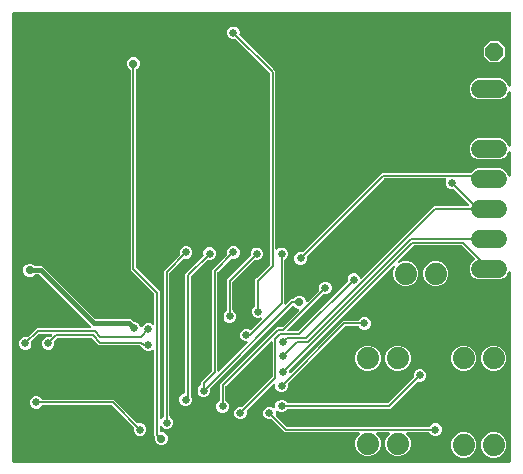
<source format=gbr>
G04 EAGLE Gerber RS-274X export*
G75*
%MOMM*%
%FSLAX34Y34*%
%LPD*%
%INBottom Copper*%
%IPPOS*%
%AMOC8*
5,1,8,0,0,1.08239X$1,22.5*%
G01*
%ADD10C,1.524000*%
%ADD11P,1.649562X8X22.500000*%
%ADD12C,0.900000*%
%ADD13C,1.879600*%
%ADD14C,0.200000*%
%ADD15C,0.654800*%
%ADD16C,0.704800*%
%ADD17C,0.406400*%

G36*
X422864Y2010D02*
X422864Y2010D01*
X422928Y2009D01*
X423003Y2030D01*
X423079Y2041D01*
X423138Y2067D01*
X423200Y2084D01*
X423266Y2125D01*
X423336Y2157D01*
X423385Y2199D01*
X423440Y2232D01*
X423492Y2290D01*
X423550Y2340D01*
X423586Y2394D01*
X423629Y2442D01*
X423662Y2511D01*
X423705Y2576D01*
X423724Y2638D01*
X423752Y2695D01*
X423763Y2765D01*
X423787Y2846D01*
X423788Y2931D01*
X423799Y3000D01*
X423799Y163143D01*
X423787Y163229D01*
X423784Y163316D01*
X423767Y163368D01*
X423759Y163422D01*
X423724Y163501D01*
X423697Y163584D01*
X423666Y163629D01*
X423643Y163679D01*
X423587Y163745D01*
X423538Y163817D01*
X423496Y163852D01*
X423460Y163894D01*
X423387Y163941D01*
X423320Y163996D01*
X423270Y164018D01*
X423224Y164048D01*
X423141Y164073D01*
X423061Y164108D01*
X423007Y164114D01*
X422954Y164130D01*
X422867Y164132D01*
X422781Y164142D01*
X422727Y164133D01*
X422672Y164134D01*
X422588Y164111D01*
X422503Y164097D01*
X422453Y164074D01*
X422400Y164059D01*
X422327Y164013D01*
X422248Y163976D01*
X422207Y163940D01*
X422160Y163911D01*
X422102Y163846D01*
X422037Y163789D01*
X422011Y163745D01*
X421971Y163701D01*
X421922Y163599D01*
X421877Y163525D01*
X420857Y161064D01*
X418356Y158563D01*
X415088Y157209D01*
X396312Y157209D01*
X393044Y158563D01*
X390543Y161064D01*
X389189Y164331D01*
X389189Y167868D01*
X390543Y171136D01*
X393058Y173651D01*
X393113Y173684D01*
X393218Y173740D01*
X393234Y173756D01*
X393254Y173767D01*
X393335Y173854D01*
X393420Y173936D01*
X393431Y173956D01*
X393447Y173973D01*
X393500Y174079D01*
X393559Y174182D01*
X393564Y174204D01*
X393574Y174224D01*
X393597Y174341D01*
X393624Y174456D01*
X393623Y174479D01*
X393627Y174501D01*
X393616Y174619D01*
X393610Y174738D01*
X393602Y174760D01*
X393600Y174782D01*
X393556Y174892D01*
X393517Y175004D01*
X393504Y175022D01*
X393495Y175044D01*
X393380Y175191D01*
X393335Y175253D01*
X382922Y185667D01*
X382845Y185724D01*
X382774Y185789D01*
X382733Y185809D01*
X382697Y185836D01*
X382606Y185870D01*
X382520Y185912D01*
X382478Y185918D01*
X382433Y185935D01*
X382305Y185945D01*
X382216Y185959D01*
X341982Y185959D01*
X341888Y185946D01*
X341791Y185941D01*
X341748Y185926D01*
X341703Y185919D01*
X341616Y185880D01*
X341525Y185848D01*
X341490Y185823D01*
X341446Y185803D01*
X341349Y185720D01*
X341276Y185667D01*
X328578Y172968D01*
X328526Y172899D01*
X328466Y172836D01*
X328441Y172787D01*
X328408Y172743D01*
X328378Y172662D01*
X328338Y172584D01*
X328328Y172530D01*
X328309Y172479D01*
X328302Y172392D01*
X328286Y172307D01*
X328291Y172252D01*
X328287Y172198D01*
X328305Y172113D01*
X328313Y172026D01*
X328333Y171975D01*
X328345Y171922D01*
X328385Y171845D01*
X328418Y171764D01*
X328451Y171721D01*
X328477Y171673D01*
X328538Y171610D01*
X328591Y171542D01*
X328636Y171510D01*
X328674Y171471D01*
X328749Y171428D01*
X328820Y171377D01*
X328871Y171359D01*
X328919Y171332D01*
X329004Y171312D01*
X329086Y171282D01*
X329140Y171279D01*
X329194Y171267D01*
X329281Y171271D01*
X329367Y171266D01*
X329417Y171278D01*
X329475Y171281D01*
X329583Y171318D01*
X329667Y171339D01*
X332878Y172669D01*
X337122Y172669D01*
X341043Y171044D01*
X344044Y168043D01*
X345669Y164122D01*
X345669Y159878D01*
X344044Y155957D01*
X341043Y152956D01*
X337122Y151331D01*
X332878Y151331D01*
X328957Y152956D01*
X325956Y155957D01*
X324331Y159878D01*
X324331Y164122D01*
X325661Y167333D01*
X325683Y167417D01*
X325714Y167499D01*
X325718Y167553D01*
X325731Y167607D01*
X325729Y167693D01*
X325735Y167780D01*
X325724Y167834D01*
X325722Y167888D01*
X325696Y167971D01*
X325678Y168056D01*
X325652Y168104D01*
X325635Y168157D01*
X325586Y168228D01*
X325545Y168305D01*
X325507Y168344D01*
X325476Y168390D01*
X325409Y168445D01*
X325349Y168507D01*
X325301Y168534D01*
X325258Y168569D01*
X325179Y168603D01*
X325103Y168646D01*
X325050Y168659D01*
X324999Y168680D01*
X324913Y168691D01*
X324829Y168711D01*
X324774Y168708D01*
X324719Y168715D01*
X324634Y168701D01*
X324547Y168697D01*
X324495Y168679D01*
X324441Y168670D01*
X324363Y168633D01*
X324281Y168604D01*
X324239Y168574D01*
X324186Y168549D01*
X324101Y168473D01*
X324032Y168422D01*
X236474Y80865D01*
X236469Y80857D01*
X236461Y80852D01*
X236384Y80745D01*
X236305Y80639D01*
X236302Y80630D01*
X236296Y80623D01*
X236252Y80499D01*
X236205Y80376D01*
X236205Y80366D01*
X236202Y80357D01*
X236194Y80226D01*
X236184Y80094D01*
X236186Y80085D01*
X236185Y80076D01*
X236203Y80000D01*
X236241Y79818D01*
X236253Y79797D01*
X236258Y79776D01*
X236307Y79658D01*
X236307Y78904D01*
X236311Y78872D01*
X236309Y78840D01*
X236331Y78733D01*
X236347Y78625D01*
X236360Y78596D01*
X236366Y78564D01*
X236418Y78468D01*
X236463Y78368D01*
X236484Y78344D01*
X236499Y78315D01*
X236575Y78237D01*
X236646Y78154D01*
X236673Y78136D01*
X236696Y78113D01*
X236791Y78059D01*
X236882Y78000D01*
X236913Y77990D01*
X236941Y77974D01*
X237048Y77949D01*
X237152Y77917D01*
X237184Y77917D01*
X237215Y77909D01*
X237325Y77915D01*
X237434Y77913D01*
X237465Y77922D01*
X237497Y77924D01*
X237600Y77959D01*
X237706Y77989D01*
X237733Y78006D01*
X237764Y78016D01*
X237837Y78069D01*
X237946Y78137D01*
X237978Y78173D01*
X238013Y78198D01*
X280463Y120648D01*
X282085Y122271D01*
X294529Y122271D01*
X294538Y122272D01*
X294548Y122271D01*
X294677Y122292D01*
X294808Y122311D01*
X294817Y122314D01*
X294826Y122316D01*
X294945Y122372D01*
X295065Y122427D01*
X295072Y122433D01*
X295081Y122437D01*
X295179Y122525D01*
X295279Y122610D01*
X295285Y122618D01*
X295292Y122624D01*
X295332Y122690D01*
X295434Y122846D01*
X295441Y122869D01*
X295452Y122888D01*
X295501Y123006D01*
X296994Y124499D01*
X298944Y125307D01*
X301056Y125307D01*
X303006Y124499D01*
X304499Y123006D01*
X305307Y121056D01*
X305307Y118944D01*
X304499Y116994D01*
X303006Y115501D01*
X301056Y114693D01*
X298944Y114693D01*
X296994Y115501D01*
X295501Y116994D01*
X295452Y117112D01*
X295447Y117121D01*
X295445Y117130D01*
X295376Y117242D01*
X295309Y117355D01*
X295302Y117362D01*
X295297Y117370D01*
X295199Y117458D01*
X295103Y117548D01*
X295094Y117552D01*
X295087Y117559D01*
X294969Y117616D01*
X294851Y117676D01*
X294842Y117678D01*
X294834Y117682D01*
X294757Y117694D01*
X294574Y117728D01*
X294550Y117726D01*
X294529Y117729D01*
X284380Y117729D01*
X284286Y117716D01*
X284189Y117711D01*
X284146Y117696D01*
X284101Y117689D01*
X284014Y117650D01*
X283923Y117618D01*
X283888Y117593D01*
X283844Y117573D01*
X283747Y117490D01*
X283674Y117437D01*
X235474Y69237D01*
X235469Y69229D01*
X235461Y69224D01*
X235384Y69117D01*
X235305Y69011D01*
X235302Y69002D01*
X235296Y68995D01*
X235252Y68871D01*
X235205Y68748D01*
X235205Y68738D01*
X235202Y68729D01*
X235194Y68598D01*
X235184Y68466D01*
X235186Y68457D01*
X235185Y68448D01*
X235203Y68372D01*
X235241Y68190D01*
X235253Y68169D01*
X235258Y68148D01*
X235307Y68030D01*
X235307Y65918D01*
X234499Y63968D01*
X233006Y62475D01*
X231056Y61667D01*
X228944Y61667D01*
X226994Y62475D01*
X225501Y63968D01*
X224693Y65918D01*
X224693Y68070D01*
X224689Y68102D01*
X224691Y68134D01*
X224669Y68241D01*
X224653Y68349D01*
X224640Y68378D01*
X224634Y68410D01*
X224582Y68506D01*
X224537Y68606D01*
X224516Y68630D01*
X224501Y68659D01*
X224425Y68737D01*
X224354Y68820D01*
X224327Y68838D01*
X224304Y68861D01*
X224209Y68915D01*
X224118Y68974D01*
X224087Y68984D01*
X224059Y69000D01*
X223952Y69025D01*
X223848Y69057D01*
X223816Y69057D01*
X223785Y69065D01*
X223675Y69059D01*
X223566Y69061D01*
X223535Y69052D01*
X223503Y69050D01*
X223400Y69015D01*
X223294Y68985D01*
X223267Y68968D01*
X223236Y68958D01*
X223163Y68905D01*
X223054Y68837D01*
X223022Y68801D01*
X222987Y68776D01*
X200474Y46263D01*
X200469Y46255D01*
X200461Y46250D01*
X200384Y46143D01*
X200305Y46037D01*
X200302Y46028D01*
X200296Y46021D01*
X200252Y45897D01*
X200205Y45774D01*
X200205Y45764D01*
X200202Y45755D01*
X200194Y45624D01*
X200184Y45492D01*
X200186Y45483D01*
X200185Y45474D01*
X200203Y45398D01*
X200241Y45216D01*
X200253Y45195D01*
X200258Y45174D01*
X200307Y45056D01*
X200307Y42944D01*
X199499Y40994D01*
X198006Y39501D01*
X196056Y38693D01*
X193944Y38693D01*
X191994Y39501D01*
X190501Y40994D01*
X189693Y42944D01*
X189693Y45056D01*
X190501Y47006D01*
X191994Y48499D01*
X193944Y49307D01*
X196056Y49307D01*
X196174Y49258D01*
X196183Y49255D01*
X196191Y49251D01*
X196320Y49220D01*
X196447Y49188D01*
X196457Y49188D01*
X196466Y49186D01*
X196599Y49192D01*
X196729Y49197D01*
X196738Y49200D01*
X196748Y49200D01*
X196872Y49243D01*
X196997Y49284D01*
X197005Y49289D01*
X197014Y49293D01*
X197076Y49338D01*
X197230Y49443D01*
X197246Y49462D01*
X197263Y49474D01*
X221976Y74187D01*
X222033Y74264D01*
X222098Y74335D01*
X222118Y74376D01*
X222145Y74412D01*
X222179Y74503D01*
X222221Y74589D01*
X222227Y74631D01*
X222244Y74676D01*
X222252Y74779D01*
X222256Y74792D01*
X222257Y74819D01*
X222268Y74893D01*
X222268Y104164D01*
X222264Y104196D01*
X222266Y104228D01*
X222244Y104335D01*
X222228Y104443D01*
X222215Y104472D01*
X222209Y104504D01*
X222157Y104600D01*
X222112Y104700D01*
X222091Y104724D01*
X222076Y104753D01*
X222000Y104831D01*
X221929Y104914D01*
X221902Y104932D01*
X221879Y104955D01*
X221784Y105009D01*
X221693Y105068D01*
X221662Y105078D01*
X221634Y105094D01*
X221527Y105119D01*
X221423Y105151D01*
X221391Y105151D01*
X221360Y105159D01*
X221250Y105153D01*
X221141Y105155D01*
X221110Y105146D01*
X221078Y105144D01*
X220975Y105109D01*
X220869Y105079D01*
X220842Y105062D01*
X220811Y105052D01*
X220738Y104999D01*
X220629Y104931D01*
X220597Y104895D01*
X220562Y104870D01*
X182563Y66871D01*
X182506Y66794D01*
X182441Y66723D01*
X182421Y66682D01*
X182394Y66646D01*
X182360Y66555D01*
X182318Y66469D01*
X182312Y66427D01*
X182295Y66382D01*
X182285Y66254D01*
X182271Y66165D01*
X182271Y55132D01*
X182272Y55123D01*
X182271Y55113D01*
X182292Y54983D01*
X182311Y54853D01*
X182314Y54844D01*
X182316Y54835D01*
X182373Y54716D01*
X182427Y54596D01*
X182433Y54589D01*
X182437Y54580D01*
X182525Y54481D01*
X182610Y54382D01*
X182618Y54376D01*
X182624Y54369D01*
X182690Y54329D01*
X182846Y54227D01*
X182869Y54220D01*
X182888Y54209D01*
X183006Y54160D01*
X184499Y52667D01*
X185307Y50717D01*
X185307Y48605D01*
X184499Y46655D01*
X183006Y45162D01*
X181056Y44354D01*
X178944Y44354D01*
X176994Y45162D01*
X175501Y46655D01*
X174693Y48605D01*
X174693Y50717D01*
X175501Y52667D01*
X176994Y54160D01*
X177112Y54209D01*
X177121Y54214D01*
X177130Y54216D01*
X177242Y54286D01*
X177355Y54353D01*
X177362Y54359D01*
X177370Y54364D01*
X177458Y54462D01*
X177548Y54558D01*
X177552Y54567D01*
X177559Y54574D01*
X177616Y54692D01*
X177676Y54810D01*
X177678Y54819D01*
X177682Y54827D01*
X177694Y54904D01*
X177728Y55087D01*
X177726Y55111D01*
X177729Y55132D01*
X177729Y68460D01*
X225923Y116654D01*
X230029Y116654D01*
X230123Y116667D01*
X230220Y116672D01*
X230263Y116687D01*
X230308Y116694D01*
X230395Y116733D01*
X230486Y116765D01*
X230521Y116790D01*
X230565Y116810D01*
X230662Y116893D01*
X230735Y116946D01*
X244450Y130662D01*
X244470Y130687D01*
X244494Y130708D01*
X244554Y130800D01*
X244620Y130887D01*
X244631Y130917D01*
X244649Y130944D01*
X244681Y131049D01*
X244719Y131151D01*
X244722Y131183D01*
X244731Y131214D01*
X244732Y131323D01*
X244741Y131432D01*
X244734Y131464D01*
X244735Y131496D01*
X244706Y131602D01*
X244683Y131708D01*
X244668Y131737D01*
X244660Y131768D01*
X244602Y131861D01*
X244551Y131957D01*
X244528Y131980D01*
X244511Y132008D01*
X244430Y132081D01*
X244354Y132159D01*
X244326Y132175D01*
X244302Y132197D01*
X244204Y132245D01*
X244109Y132298D01*
X244077Y132306D01*
X244048Y132320D01*
X243959Y132334D01*
X243834Y132363D01*
X243829Y132363D01*
X241777Y133213D01*
X240307Y134683D01*
X240256Y134721D01*
X240211Y134767D01*
X240144Y134806D01*
X240082Y134852D01*
X240022Y134875D01*
X239966Y134906D01*
X239890Y134924D01*
X239818Y134952D01*
X239754Y134957D01*
X239691Y134971D01*
X239614Y134967D01*
X239537Y134973D01*
X239474Y134960D01*
X239409Y134957D01*
X239336Y134932D01*
X239261Y134916D01*
X239204Y134886D01*
X239143Y134865D01*
X239086Y134823D01*
X239012Y134783D01*
X238951Y134724D01*
X238894Y134683D01*
X169474Y65263D01*
X169469Y65255D01*
X169461Y65250D01*
X169384Y65142D01*
X169305Y65037D01*
X169302Y65028D01*
X169296Y65021D01*
X169252Y64897D01*
X169205Y64774D01*
X169205Y64764D01*
X169202Y64755D01*
X169194Y64623D01*
X169184Y64492D01*
X169186Y64483D01*
X169185Y64474D01*
X169203Y64398D01*
X169241Y64216D01*
X169253Y64195D01*
X169258Y64174D01*
X169307Y64056D01*
X169307Y61944D01*
X168499Y59994D01*
X167006Y58501D01*
X165056Y57693D01*
X162944Y57693D01*
X160994Y58501D01*
X159501Y59994D01*
X158693Y61944D01*
X158693Y64056D01*
X159501Y66006D01*
X160994Y67499D01*
X161112Y67548D01*
X161121Y67553D01*
X161130Y67555D01*
X161242Y67624D01*
X161355Y67691D01*
X161362Y67698D01*
X161370Y67703D01*
X161458Y67801D01*
X161548Y67897D01*
X161552Y67906D01*
X161559Y67913D01*
X161616Y68031D01*
X161676Y68149D01*
X161678Y68158D01*
X161682Y68166D01*
X161694Y68243D01*
X161728Y68426D01*
X161726Y68450D01*
X161729Y68471D01*
X161729Y70363D01*
X170660Y79293D01*
X170717Y79370D01*
X170782Y79441D01*
X170802Y79482D01*
X170829Y79519D01*
X170863Y79609D01*
X170905Y79695D01*
X170911Y79737D01*
X170928Y79783D01*
X170938Y79910D01*
X170952Y80000D01*
X170952Y165164D01*
X172575Y166786D01*
X183526Y177737D01*
X183531Y177745D01*
X183539Y177750D01*
X183616Y177857D01*
X183695Y177963D01*
X183698Y177972D01*
X183704Y177979D01*
X183748Y178103D01*
X183795Y178226D01*
X183795Y178236D01*
X183798Y178245D01*
X183806Y178376D01*
X183816Y178508D01*
X183814Y178517D01*
X183815Y178526D01*
X183797Y178602D01*
X183759Y178784D01*
X183747Y178805D01*
X183742Y178826D01*
X183693Y178944D01*
X183693Y181056D01*
X184501Y183006D01*
X185994Y184499D01*
X187944Y185307D01*
X190056Y185307D01*
X192006Y184499D01*
X193499Y183006D01*
X194307Y181056D01*
X194307Y178944D01*
X193499Y176994D01*
X192006Y175501D01*
X190056Y174693D01*
X187944Y174693D01*
X187826Y174742D01*
X187817Y174745D01*
X187809Y174749D01*
X187680Y174780D01*
X187553Y174812D01*
X187543Y174812D01*
X187534Y174814D01*
X187401Y174808D01*
X187271Y174803D01*
X187262Y174800D01*
X187252Y174800D01*
X187128Y174757D01*
X187003Y174716D01*
X186995Y174711D01*
X186986Y174707D01*
X186924Y174662D01*
X186770Y174557D01*
X186754Y174538D01*
X186737Y174526D01*
X175786Y163575D01*
X175771Y163554D01*
X175754Y163540D01*
X175722Y163490D01*
X175664Y163427D01*
X175644Y163386D01*
X175617Y163350D01*
X175600Y163305D01*
X175600Y163304D01*
X175598Y163299D01*
X175583Y163259D01*
X175541Y163173D01*
X175535Y163131D01*
X175518Y163086D01*
X175508Y162958D01*
X175494Y162869D01*
X175494Y80117D01*
X175498Y80085D01*
X175496Y80053D01*
X175518Y79946D01*
X175534Y79838D01*
X175547Y79809D01*
X175553Y79777D01*
X175605Y79681D01*
X175650Y79581D01*
X175671Y79557D01*
X175686Y79528D01*
X175762Y79450D01*
X175833Y79367D01*
X175860Y79349D01*
X175883Y79326D01*
X175978Y79272D01*
X176069Y79213D01*
X176100Y79203D01*
X176128Y79187D01*
X176235Y79162D01*
X176339Y79130D01*
X176371Y79130D01*
X176402Y79122D01*
X176512Y79128D01*
X176621Y79126D01*
X176652Y79135D01*
X176684Y79137D01*
X176787Y79172D01*
X176893Y79202D01*
X176920Y79219D01*
X176951Y79229D01*
X177024Y79282D01*
X177133Y79350D01*
X177165Y79386D01*
X177200Y79411D01*
X200776Y102987D01*
X200795Y103013D01*
X200820Y103034D01*
X200880Y103126D01*
X200945Y103213D01*
X200957Y103243D01*
X200974Y103270D01*
X201006Y103375D01*
X201045Y103477D01*
X201047Y103509D01*
X201057Y103540D01*
X201058Y103649D01*
X201067Y103758D01*
X201060Y103790D01*
X201061Y103822D01*
X201031Y103927D01*
X201009Y104034D01*
X200994Y104063D01*
X200985Y104094D01*
X200928Y104187D01*
X200877Y104283D01*
X200854Y104306D01*
X200837Y104334D01*
X200756Y104407D01*
X200680Y104485D01*
X200652Y104501D01*
X200628Y104523D01*
X200530Y104570D01*
X200435Y104624D01*
X200403Y104632D01*
X200374Y104646D01*
X200285Y104660D01*
X200160Y104689D01*
X200112Y104687D01*
X200070Y104693D01*
X198944Y104693D01*
X196994Y105501D01*
X195501Y106994D01*
X194693Y108944D01*
X194693Y111056D01*
X195501Y113006D01*
X196994Y114499D01*
X198944Y115307D01*
X201056Y115307D01*
X203154Y114437D01*
X203164Y114435D01*
X203172Y114430D01*
X203301Y114400D01*
X203428Y114367D01*
X203437Y114368D01*
X203446Y114365D01*
X203579Y114372D01*
X203709Y114376D01*
X203718Y114379D01*
X203728Y114380D01*
X203853Y114423D01*
X203978Y114464D01*
X203985Y114469D01*
X203994Y114472D01*
X204056Y114518D01*
X204211Y114623D01*
X204226Y114641D01*
X204243Y114654D01*
X213012Y123423D01*
X213064Y123492D01*
X213124Y123556D01*
X213149Y123605D01*
X213182Y123649D01*
X213212Y123730D01*
X213252Y123807D01*
X213262Y123861D01*
X213281Y123912D01*
X213288Y123999D01*
X213304Y124084D01*
X213299Y124139D01*
X213303Y124194D01*
X213285Y124279D01*
X213277Y124365D01*
X213257Y124416D01*
X213245Y124470D01*
X213205Y124546D01*
X213172Y124627D01*
X213139Y124670D01*
X213113Y124719D01*
X213052Y124781D01*
X212999Y124849D01*
X212954Y124881D01*
X212916Y124921D01*
X212841Y124964D01*
X212770Y125014D01*
X212719Y125033D01*
X212671Y125060D01*
X212586Y125080D01*
X212505Y125109D01*
X212450Y125112D01*
X212396Y125125D01*
X212310Y125120D01*
X212223Y125125D01*
X212173Y125113D01*
X212115Y125110D01*
X212007Y125073D01*
X211923Y125053D01*
X211056Y124693D01*
X208944Y124693D01*
X206994Y125501D01*
X205501Y126994D01*
X204693Y128944D01*
X204693Y131056D01*
X205501Y133006D01*
X206994Y134499D01*
X207112Y134548D01*
X207121Y134553D01*
X207130Y134555D01*
X207242Y134624D01*
X207355Y134691D01*
X207362Y134698D01*
X207370Y134703D01*
X207458Y134801D01*
X207548Y134897D01*
X207552Y134906D01*
X207559Y134913D01*
X207616Y135031D01*
X207676Y135149D01*
X207678Y135158D01*
X207682Y135166D01*
X207694Y135243D01*
X207728Y135426D01*
X207726Y135450D01*
X207729Y135471D01*
X207729Y157140D01*
X209352Y158763D01*
X219660Y169070D01*
X219717Y169147D01*
X219782Y169218D01*
X219802Y169259D01*
X219829Y169296D01*
X219863Y169386D01*
X219905Y169472D01*
X219911Y169514D01*
X219928Y169560D01*
X219938Y169687D01*
X219952Y169777D01*
X219952Y331412D01*
X219939Y331506D01*
X219934Y331603D01*
X219919Y331646D01*
X219912Y331691D01*
X219873Y331778D01*
X219841Y331869D01*
X219816Y331904D01*
X219796Y331948D01*
X219713Y332045D01*
X219660Y332118D01*
X191252Y360526D01*
X191244Y360531D01*
X191239Y360539D01*
X191132Y360616D01*
X191026Y360695D01*
X191017Y360698D01*
X191010Y360704D01*
X190886Y360748D01*
X190763Y360795D01*
X190753Y360795D01*
X190744Y360798D01*
X190613Y360806D01*
X190481Y360816D01*
X190472Y360814D01*
X190463Y360815D01*
X190387Y360797D01*
X190205Y360759D01*
X190184Y360747D01*
X190163Y360742D01*
X190045Y360693D01*
X187933Y360693D01*
X185983Y361501D01*
X184490Y362994D01*
X183682Y364944D01*
X183682Y367056D01*
X184490Y369006D01*
X185983Y370499D01*
X187933Y371307D01*
X190045Y371307D01*
X191995Y370499D01*
X193488Y369006D01*
X194296Y367056D01*
X194296Y364944D01*
X194247Y364826D01*
X194244Y364817D01*
X194240Y364809D01*
X194209Y364680D01*
X194177Y364553D01*
X194177Y364543D01*
X194175Y364534D01*
X194181Y364401D01*
X194186Y364271D01*
X194189Y364262D01*
X194189Y364252D01*
X194232Y364128D01*
X194273Y364003D01*
X194278Y363995D01*
X194282Y363986D01*
X194327Y363924D01*
X194432Y363770D01*
X194451Y363754D01*
X194463Y363737D01*
X222871Y335329D01*
X224494Y333707D01*
X224494Y183298D01*
X224498Y183266D01*
X224496Y183234D01*
X224518Y183127D01*
X224534Y183019D01*
X224547Y182989D01*
X224553Y182958D01*
X224605Y182861D01*
X224650Y182762D01*
X224671Y182737D01*
X224686Y182709D01*
X224762Y182630D01*
X224833Y182548D01*
X224860Y182530D01*
X224883Y182507D01*
X224978Y182453D01*
X225069Y182393D01*
X225100Y182384D01*
X225128Y182368D01*
X225234Y182343D01*
X225339Y182311D01*
X225371Y182310D01*
X225402Y182303D01*
X225512Y182308D01*
X225621Y182307D01*
X225652Y182316D01*
X225684Y182317D01*
X225787Y182353D01*
X225893Y182382D01*
X225920Y182399D01*
X225951Y182410D01*
X226024Y182463D01*
X226133Y182530D01*
X226165Y182566D01*
X226200Y182591D01*
X226994Y183386D01*
X228944Y184194D01*
X231056Y184194D01*
X233006Y183386D01*
X234499Y181893D01*
X235307Y179943D01*
X235307Y177831D01*
X234499Y175881D01*
X233006Y174388D01*
X232888Y174339D01*
X232879Y174334D01*
X232870Y174332D01*
X232758Y174263D01*
X232645Y174196D01*
X232638Y174189D01*
X232630Y174184D01*
X232542Y174086D01*
X232452Y173990D01*
X232448Y173981D01*
X232441Y173974D01*
X232384Y173856D01*
X232324Y173738D01*
X232322Y173729D01*
X232318Y173721D01*
X232306Y173644D01*
X232272Y173461D01*
X232274Y173437D01*
X232271Y173416D01*
X232271Y136894D01*
X232275Y136862D01*
X232273Y136830D01*
X232279Y136799D01*
X232279Y136772D01*
X232298Y136702D01*
X232311Y136615D01*
X232324Y136586D01*
X232330Y136554D01*
X232348Y136520D01*
X232354Y136500D01*
X232386Y136448D01*
X232427Y136358D01*
X232448Y136334D01*
X232463Y136305D01*
X232494Y136273D01*
X232502Y136260D01*
X232541Y136225D01*
X232610Y136144D01*
X232637Y136126D01*
X232660Y136103D01*
X232703Y136079D01*
X232712Y136071D01*
X232748Y136053D01*
X232755Y136049D01*
X232846Y135990D01*
X232877Y135980D01*
X232905Y135964D01*
X232957Y135952D01*
X232965Y135948D01*
X232992Y135944D01*
X233012Y135939D01*
X233116Y135907D01*
X233148Y135907D01*
X233179Y135899D01*
X233252Y135903D01*
X233270Y135900D01*
X233275Y135900D01*
X233306Y135905D01*
X233398Y135903D01*
X233429Y135912D01*
X233461Y135914D01*
X233525Y135936D01*
X233554Y135940D01*
X233592Y135957D01*
X233670Y135979D01*
X233697Y135996D01*
X233728Y136006D01*
X233772Y136039D01*
X233811Y136056D01*
X233852Y136091D01*
X233910Y136127D01*
X233942Y136163D01*
X233977Y136188D01*
X237984Y140195D01*
X239183Y140195D01*
X239192Y140196D01*
X239201Y140195D01*
X239331Y140216D01*
X239462Y140235D01*
X239470Y140239D01*
X239480Y140240D01*
X239599Y140297D01*
X239719Y140351D01*
X239726Y140357D01*
X239734Y140361D01*
X239833Y140449D01*
X239933Y140534D01*
X239938Y140542D01*
X239945Y140549D01*
X239985Y140614D01*
X240087Y140770D01*
X240094Y140793D01*
X240106Y140812D01*
X240213Y141072D01*
X241776Y142635D01*
X243819Y143481D01*
X246029Y143481D01*
X248072Y142635D01*
X249635Y141072D01*
X250490Y139008D01*
X250505Y138934D01*
X250521Y138825D01*
X250534Y138796D01*
X250541Y138764D01*
X250592Y138668D01*
X250637Y138568D01*
X250658Y138544D01*
X250673Y138515D01*
X250749Y138437D01*
X250820Y138354D01*
X250847Y138336D01*
X250870Y138313D01*
X250965Y138260D01*
X251056Y138200D01*
X251087Y138190D01*
X251115Y138174D01*
X251222Y138149D01*
X251326Y138117D01*
X251358Y138117D01*
X251390Y138109D01*
X251499Y138115D01*
X251608Y138114D01*
X251639Y138122D01*
X251671Y138124D01*
X251775Y138160D01*
X251880Y138189D01*
X251907Y138206D01*
X251938Y138216D01*
X252011Y138270D01*
X252120Y138337D01*
X252152Y138373D01*
X252187Y138398D01*
X261526Y147737D01*
X261531Y147745D01*
X261539Y147750D01*
X261616Y147857D01*
X261695Y147963D01*
X261698Y147972D01*
X261704Y147979D01*
X261748Y148103D01*
X261795Y148226D01*
X261795Y148236D01*
X261798Y148245D01*
X261806Y148376D01*
X261816Y148508D01*
X261814Y148517D01*
X261815Y148526D01*
X261797Y148602D01*
X261759Y148784D01*
X261747Y148805D01*
X261742Y148826D01*
X261693Y148944D01*
X261693Y151056D01*
X262501Y153006D01*
X263994Y154499D01*
X265944Y155307D01*
X268056Y155307D01*
X270006Y154499D01*
X271499Y153006D01*
X272307Y151056D01*
X272307Y148944D01*
X271499Y146994D01*
X270006Y145501D01*
X268056Y144693D01*
X265944Y144693D01*
X265826Y144742D01*
X265817Y144745D01*
X265809Y144749D01*
X265680Y144780D01*
X265553Y144812D01*
X265543Y144812D01*
X265534Y144814D01*
X265401Y144808D01*
X265271Y144803D01*
X265262Y144800D01*
X265252Y144800D01*
X265128Y144757D01*
X265003Y144716D01*
X264995Y144711D01*
X264986Y144707D01*
X264924Y144662D01*
X264770Y144557D01*
X264754Y144538D01*
X264737Y144526D01*
X235047Y114836D01*
X235028Y114810D01*
X235003Y114789D01*
X234943Y114697D01*
X234878Y114610D01*
X234866Y114580D01*
X234849Y114553D01*
X234817Y114448D01*
X234778Y114346D01*
X234776Y114314D01*
X234766Y114283D01*
X234765Y114174D01*
X234756Y114065D01*
X234763Y114033D01*
X234762Y114001D01*
X234792Y113896D01*
X234814Y113789D01*
X234829Y113760D01*
X234838Y113729D01*
X234895Y113636D01*
X234946Y113540D01*
X234969Y113517D01*
X234986Y113489D01*
X235067Y113416D01*
X235143Y113338D01*
X235171Y113322D01*
X235195Y113300D01*
X235293Y113253D01*
X235388Y113199D01*
X235420Y113191D01*
X235449Y113177D01*
X235538Y113163D01*
X235663Y113134D01*
X235711Y113136D01*
X235753Y113130D01*
X243505Y113130D01*
X243599Y113143D01*
X243696Y113148D01*
X243739Y113163D01*
X243784Y113170D01*
X243871Y113209D01*
X243962Y113241D01*
X243997Y113266D01*
X244041Y113286D01*
X244138Y113369D01*
X244211Y113422D01*
X285526Y154737D01*
X285531Y154745D01*
X285539Y154750D01*
X285616Y154857D01*
X285695Y154963D01*
X285698Y154972D01*
X285704Y154979D01*
X285748Y155103D01*
X285795Y155226D01*
X285795Y155236D01*
X285798Y155245D01*
X285806Y155376D01*
X285816Y155508D01*
X285814Y155517D01*
X285815Y155526D01*
X285797Y155602D01*
X285759Y155784D01*
X285747Y155805D01*
X285742Y155826D01*
X285693Y155944D01*
X285693Y158056D01*
X286501Y160006D01*
X287994Y161499D01*
X289944Y162307D01*
X292056Y162307D01*
X294006Y161499D01*
X295499Y160006D01*
X296161Y158408D01*
X296221Y158306D01*
X296277Y158201D01*
X296293Y158185D01*
X296304Y158165D01*
X296391Y158084D01*
X296474Y157999D01*
X296494Y157988D01*
X296510Y157972D01*
X296616Y157919D01*
X296719Y157860D01*
X296741Y157855D01*
X296762Y157845D01*
X296878Y157823D01*
X296993Y157795D01*
X297016Y157796D01*
X297039Y157792D01*
X297156Y157803D01*
X297275Y157810D01*
X297297Y157817D01*
X297319Y157819D01*
X297429Y157863D01*
X297542Y157902D01*
X297559Y157915D01*
X297581Y157924D01*
X297728Y158038D01*
X297791Y158084D01*
X357255Y217548D01*
X358877Y219171D01*
X387900Y219171D01*
X387932Y219175D01*
X387964Y219173D01*
X388071Y219195D01*
X388179Y219211D01*
X388208Y219224D01*
X388240Y219230D01*
X388336Y219282D01*
X388436Y219327D01*
X388460Y219348D01*
X388489Y219363D01*
X388567Y219439D01*
X388650Y219510D01*
X388668Y219537D01*
X388691Y219560D01*
X388745Y219655D01*
X388804Y219746D01*
X388814Y219777D01*
X388830Y219805D01*
X388855Y219912D01*
X388887Y220016D01*
X388887Y220048D01*
X388895Y220079D01*
X388889Y220189D01*
X388891Y220298D01*
X388882Y220329D01*
X388880Y220361D01*
X388845Y220464D01*
X388815Y220570D01*
X388798Y220597D01*
X388788Y220628D01*
X388735Y220701D01*
X388667Y220810D01*
X388631Y220842D01*
X388606Y220877D01*
X376263Y233220D01*
X376255Y233225D01*
X376250Y233233D01*
X376143Y233310D01*
X376037Y233389D01*
X376028Y233392D01*
X376021Y233398D01*
X375897Y233442D01*
X375774Y233489D01*
X375764Y233489D01*
X375755Y233492D01*
X375624Y233500D01*
X375492Y233510D01*
X375483Y233508D01*
X375474Y233509D01*
X375398Y233491D01*
X375216Y233453D01*
X375195Y233441D01*
X375174Y233436D01*
X375056Y233387D01*
X372944Y233387D01*
X370994Y234195D01*
X369501Y235688D01*
X368693Y237638D01*
X368693Y239750D01*
X369355Y241348D01*
X369385Y241463D01*
X369419Y241576D01*
X369420Y241599D01*
X369425Y241621D01*
X369422Y241739D01*
X369423Y241858D01*
X369417Y241880D01*
X369416Y241903D01*
X369380Y242015D01*
X369348Y242130D01*
X369336Y242149D01*
X369329Y242171D01*
X369262Y242269D01*
X369200Y242370D01*
X369183Y242385D01*
X369170Y242404D01*
X369078Y242479D01*
X368990Y242559D01*
X368970Y242569D01*
X368952Y242583D01*
X368843Y242630D01*
X368737Y242682D01*
X368715Y242685D01*
X368693Y242695D01*
X368508Y242717D01*
X368432Y242729D01*
X317354Y242729D01*
X317260Y242716D01*
X317163Y242711D01*
X317120Y242696D01*
X317075Y242689D01*
X316988Y242650D01*
X316897Y242618D01*
X316862Y242593D01*
X316818Y242573D01*
X316721Y242490D01*
X316648Y242437D01*
X251474Y177263D01*
X251469Y177255D01*
X251461Y177250D01*
X251384Y177143D01*
X251305Y177037D01*
X251302Y177028D01*
X251296Y177021D01*
X251252Y176897D01*
X251205Y176774D01*
X251205Y176764D01*
X251202Y176755D01*
X251194Y176624D01*
X251184Y176492D01*
X251186Y176483D01*
X251185Y176474D01*
X251203Y176398D01*
X251241Y176216D01*
X251253Y176195D01*
X251258Y176174D01*
X251307Y176056D01*
X251307Y173944D01*
X250499Y171994D01*
X249006Y170501D01*
X247056Y169693D01*
X244944Y169693D01*
X242994Y170501D01*
X241501Y171994D01*
X240693Y173944D01*
X240693Y176056D01*
X241501Y178006D01*
X242994Y179499D01*
X244944Y180307D01*
X247056Y180307D01*
X247174Y180258D01*
X247183Y180255D01*
X247191Y180251D01*
X247320Y180220D01*
X247447Y180188D01*
X247457Y180188D01*
X247466Y180186D01*
X247599Y180192D01*
X247729Y180197D01*
X247738Y180200D01*
X247748Y180200D01*
X247872Y180243D01*
X247997Y180284D01*
X248005Y180289D01*
X248014Y180293D01*
X248076Y180338D01*
X248230Y180443D01*
X248246Y180462D01*
X248263Y180474D01*
X315059Y247271D01*
X390063Y247271D01*
X390159Y247284D01*
X390255Y247289D01*
X390298Y247304D01*
X390343Y247311D01*
X390430Y247350D01*
X390521Y247382D01*
X390555Y247407D01*
X390600Y247427D01*
X390697Y247510D01*
X390770Y247563D01*
X393044Y249837D01*
X396312Y251191D01*
X415088Y251191D01*
X418356Y249837D01*
X420857Y247336D01*
X421877Y244875D01*
X421921Y244800D01*
X421957Y244721D01*
X421993Y244679D01*
X422020Y244632D01*
X422084Y244573D01*
X422140Y244506D01*
X422186Y244476D01*
X422226Y244439D01*
X422303Y244400D01*
X422376Y244352D01*
X422429Y244336D01*
X422478Y244311D01*
X422563Y244295D01*
X422646Y244270D01*
X422701Y244269D01*
X422755Y244259D01*
X422841Y244267D01*
X422928Y244266D01*
X422981Y244281D01*
X423035Y244286D01*
X423116Y244318D01*
X423200Y244341D01*
X423247Y244370D01*
X423297Y244390D01*
X423366Y244444D01*
X423440Y244489D01*
X423476Y244530D01*
X423520Y244564D01*
X423571Y244634D01*
X423629Y244699D01*
X423653Y244748D01*
X423685Y244792D01*
X423714Y244874D01*
X423752Y244952D01*
X423760Y245003D01*
X423779Y245058D01*
X423786Y245172D01*
X423799Y245257D01*
X423799Y264743D01*
X423787Y264829D01*
X423784Y264916D01*
X423767Y264968D01*
X423759Y265022D01*
X423724Y265101D01*
X423697Y265184D01*
X423666Y265229D01*
X423643Y265279D01*
X423587Y265345D01*
X423538Y265417D01*
X423496Y265452D01*
X423460Y265494D01*
X423387Y265541D01*
X423320Y265596D01*
X423270Y265618D01*
X423224Y265648D01*
X423141Y265673D01*
X423061Y265708D01*
X423007Y265714D01*
X422954Y265730D01*
X422867Y265732D01*
X422781Y265742D01*
X422727Y265733D01*
X422672Y265734D01*
X422588Y265711D01*
X422503Y265697D01*
X422453Y265674D01*
X422400Y265659D01*
X422327Y265613D01*
X422248Y265576D01*
X422207Y265540D01*
X422160Y265511D01*
X422102Y265446D01*
X422037Y265389D01*
X422011Y265345D01*
X421971Y265301D01*
X421922Y265199D01*
X421877Y265125D01*
X420857Y262664D01*
X418356Y260163D01*
X415088Y258809D01*
X396312Y258809D01*
X393044Y260163D01*
X390543Y262664D01*
X389189Y265931D01*
X389189Y269468D01*
X390543Y272736D01*
X393044Y275237D01*
X396312Y276591D01*
X415088Y276591D01*
X418356Y275237D01*
X420857Y272736D01*
X421877Y270275D01*
X421921Y270200D01*
X421957Y270121D01*
X421993Y270079D01*
X422020Y270032D01*
X422084Y269973D01*
X422140Y269906D01*
X422186Y269876D01*
X422226Y269839D01*
X422303Y269800D01*
X422376Y269752D01*
X422429Y269736D01*
X422478Y269711D01*
X422563Y269695D01*
X422646Y269670D01*
X422701Y269669D01*
X422755Y269659D01*
X422841Y269667D01*
X422928Y269666D01*
X422981Y269681D01*
X423035Y269686D01*
X423116Y269718D01*
X423200Y269741D01*
X423247Y269770D01*
X423297Y269790D01*
X423366Y269844D01*
X423440Y269889D01*
X423476Y269930D01*
X423520Y269964D01*
X423571Y270034D01*
X423629Y270099D01*
X423653Y270148D01*
X423685Y270192D01*
X423714Y270274D01*
X423752Y270352D01*
X423760Y270403D01*
X423779Y270458D01*
X423786Y270572D01*
X423799Y270657D01*
X423799Y315543D01*
X423787Y315629D01*
X423784Y315716D01*
X423767Y315768D01*
X423759Y315822D01*
X423724Y315901D01*
X423697Y315984D01*
X423666Y316029D01*
X423643Y316079D01*
X423587Y316145D01*
X423538Y316217D01*
X423496Y316252D01*
X423460Y316294D01*
X423387Y316341D01*
X423320Y316396D01*
X423270Y316418D01*
X423224Y316448D01*
X423141Y316473D01*
X423061Y316508D01*
X423007Y316514D01*
X422954Y316530D01*
X422867Y316532D01*
X422781Y316542D01*
X422727Y316533D01*
X422672Y316534D01*
X422588Y316511D01*
X422503Y316497D01*
X422453Y316474D01*
X422400Y316459D01*
X422327Y316413D01*
X422248Y316376D01*
X422207Y316340D01*
X422160Y316311D01*
X422102Y316246D01*
X422037Y316189D01*
X422011Y316145D01*
X421971Y316101D01*
X421922Y315999D01*
X421877Y315925D01*
X420857Y313464D01*
X418356Y310963D01*
X415088Y309609D01*
X396312Y309609D01*
X393044Y310963D01*
X390543Y313464D01*
X389189Y316731D01*
X389189Y320268D01*
X390543Y323536D01*
X393044Y326037D01*
X396312Y327391D01*
X415088Y327391D01*
X418356Y326037D01*
X420857Y323536D01*
X421877Y321075D01*
X421921Y321000D01*
X421957Y320921D01*
X421993Y320879D01*
X422020Y320832D01*
X422084Y320773D01*
X422140Y320706D01*
X422186Y320676D01*
X422226Y320639D01*
X422303Y320600D01*
X422376Y320552D01*
X422429Y320536D01*
X422478Y320511D01*
X422563Y320495D01*
X422646Y320470D01*
X422701Y320469D01*
X422755Y320459D01*
X422841Y320467D01*
X422928Y320466D01*
X422981Y320481D01*
X423035Y320486D01*
X423116Y320518D01*
X423200Y320541D01*
X423247Y320570D01*
X423297Y320590D01*
X423366Y320644D01*
X423440Y320689D01*
X423476Y320730D01*
X423520Y320764D01*
X423571Y320834D01*
X423629Y320899D01*
X423653Y320948D01*
X423685Y320992D01*
X423714Y321074D01*
X423752Y321152D01*
X423760Y321203D01*
X423779Y321258D01*
X423786Y321372D01*
X423799Y321457D01*
X423799Y383000D01*
X423790Y383064D01*
X423791Y383128D01*
X423770Y383203D01*
X423759Y383279D01*
X423733Y383338D01*
X423716Y383400D01*
X423675Y383466D01*
X423643Y383536D01*
X423601Y383585D01*
X423568Y383640D01*
X423510Y383692D01*
X423460Y383750D01*
X423406Y383786D01*
X423358Y383829D01*
X423289Y383862D01*
X423224Y383905D01*
X423162Y383924D01*
X423105Y383952D01*
X423035Y383963D01*
X422954Y383987D01*
X422869Y383988D01*
X422800Y383999D01*
X3000Y383999D01*
X2936Y383990D01*
X2872Y383991D01*
X2797Y383970D01*
X2721Y383959D01*
X2662Y383933D01*
X2600Y383916D01*
X2534Y383875D01*
X2464Y383843D01*
X2415Y383801D01*
X2360Y383768D01*
X2308Y383710D01*
X2250Y383660D01*
X2214Y383606D01*
X2171Y383558D01*
X2138Y383489D01*
X2095Y383424D01*
X2076Y383362D01*
X2048Y383305D01*
X2037Y383235D01*
X2013Y383154D01*
X2012Y383069D01*
X2001Y383000D01*
X2001Y3000D01*
X2010Y2936D01*
X2009Y2872D01*
X2030Y2797D01*
X2041Y2721D01*
X2067Y2662D01*
X2084Y2600D01*
X2125Y2534D01*
X2157Y2464D01*
X2199Y2415D01*
X2232Y2360D01*
X2290Y2308D01*
X2340Y2250D01*
X2394Y2214D01*
X2442Y2171D01*
X2511Y2138D01*
X2576Y2095D01*
X2638Y2076D01*
X2695Y2048D01*
X2765Y2037D01*
X2846Y2013D01*
X2931Y2012D01*
X3000Y2001D01*
X422800Y2001D01*
X422864Y2010D01*
G37*
%LPC*%
G36*
X126900Y16708D02*
X126900Y16708D01*
X124858Y17554D01*
X123295Y19117D01*
X122449Y21160D01*
X122449Y23370D01*
X122556Y23630D01*
X122559Y23640D01*
X122563Y23648D01*
X122594Y23777D01*
X122602Y23808D01*
X122609Y23830D01*
X122609Y23835D01*
X122626Y23903D01*
X122626Y23913D01*
X122628Y23922D01*
X122622Y24055D01*
X122617Y24185D01*
X122614Y24194D01*
X122614Y24204D01*
X122571Y24329D01*
X122530Y24454D01*
X122525Y24461D01*
X122521Y24470D01*
X122476Y24533D01*
X122371Y24687D01*
X122352Y24702D01*
X122340Y24719D01*
X122222Y24837D01*
X122222Y96907D01*
X122218Y96939D01*
X122220Y96971D01*
X122198Y97078D01*
X122182Y97186D01*
X122169Y97216D01*
X122163Y97247D01*
X122111Y97344D01*
X122066Y97443D01*
X122045Y97468D01*
X122030Y97496D01*
X121954Y97575D01*
X121883Y97657D01*
X121856Y97675D01*
X121833Y97698D01*
X121739Y97752D01*
X121647Y97812D01*
X121616Y97821D01*
X121588Y97837D01*
X121482Y97862D01*
X121377Y97894D01*
X121345Y97895D01*
X121314Y97902D01*
X121204Y97897D01*
X121095Y97898D01*
X121064Y97889D01*
X121032Y97888D01*
X120929Y97852D01*
X120823Y97823D01*
X120796Y97806D01*
X120765Y97795D01*
X120692Y97742D01*
X120583Y97675D01*
X120551Y97639D01*
X120516Y97614D01*
X120006Y97103D01*
X118056Y96295D01*
X115944Y96295D01*
X113994Y97103D01*
X112501Y98596D01*
X112370Y98913D01*
X112348Y98949D01*
X112335Y98989D01*
X112284Y99058D01*
X112226Y99156D01*
X112183Y99196D01*
X112153Y99238D01*
X110173Y101218D01*
X110096Y101276D01*
X110025Y101340D01*
X109984Y101360D01*
X109947Y101387D01*
X109857Y101421D01*
X109771Y101463D01*
X109729Y101470D01*
X109683Y101487D01*
X109556Y101497D01*
X109466Y101511D01*
X75278Y101511D01*
X69352Y107437D01*
X69275Y107494D01*
X69204Y107559D01*
X69163Y107579D01*
X69127Y107606D01*
X69036Y107640D01*
X68950Y107682D01*
X68908Y107688D01*
X68863Y107705D01*
X68735Y107715D01*
X68646Y107729D01*
X40553Y107729D01*
X40459Y107716D01*
X40362Y107711D01*
X40319Y107696D01*
X40274Y107689D01*
X40187Y107650D01*
X40096Y107618D01*
X40062Y107593D01*
X40017Y107573D01*
X39920Y107490D01*
X39847Y107437D01*
X37673Y105263D01*
X37668Y105255D01*
X37660Y105250D01*
X37583Y105142D01*
X37504Y105037D01*
X37501Y105029D01*
X37495Y105021D01*
X37451Y104897D01*
X37404Y104774D01*
X37404Y104764D01*
X37401Y104755D01*
X37393Y104624D01*
X37383Y104492D01*
X37385Y104483D01*
X37384Y104474D01*
X37402Y104398D01*
X37440Y104216D01*
X37452Y104195D01*
X37457Y104174D01*
X37506Y104056D01*
X37506Y101944D01*
X36698Y99994D01*
X35205Y98501D01*
X33255Y97693D01*
X31143Y97693D01*
X29193Y98501D01*
X27700Y99994D01*
X26892Y101944D01*
X26892Y104056D01*
X27700Y106006D01*
X29193Y107499D01*
X31143Y108307D01*
X33255Y108307D01*
X33373Y108258D01*
X33382Y108255D01*
X33390Y108251D01*
X33519Y108220D01*
X33646Y108188D01*
X33656Y108188D01*
X33665Y108186D01*
X33798Y108192D01*
X33928Y108197D01*
X33937Y108200D01*
X33947Y108200D01*
X34071Y108243D01*
X34196Y108284D01*
X34204Y108289D01*
X34213Y108293D01*
X34275Y108338D01*
X34429Y108443D01*
X34445Y108462D01*
X34462Y108474D01*
X35535Y109547D01*
X35554Y109573D01*
X35579Y109594D01*
X35639Y109686D01*
X35704Y109773D01*
X35716Y109803D01*
X35733Y109830D01*
X35765Y109935D01*
X35804Y110037D01*
X35806Y110069D01*
X35816Y110100D01*
X35817Y110209D01*
X35826Y110318D01*
X35819Y110350D01*
X35820Y110382D01*
X35790Y110487D01*
X35768Y110594D01*
X35753Y110623D01*
X35744Y110654D01*
X35687Y110747D01*
X35636Y110843D01*
X35613Y110866D01*
X35596Y110894D01*
X35515Y110967D01*
X35439Y111045D01*
X35411Y111061D01*
X35387Y111083D01*
X35289Y111130D01*
X35194Y111184D01*
X35162Y111192D01*
X35133Y111206D01*
X35044Y111220D01*
X34919Y111249D01*
X34871Y111247D01*
X34829Y111253D01*
X24679Y111253D01*
X24585Y111240D01*
X24488Y111235D01*
X24445Y111220D01*
X24400Y111213D01*
X24313Y111174D01*
X24222Y111142D01*
X24187Y111117D01*
X24143Y111097D01*
X24046Y111014D01*
X23973Y110961D01*
X18275Y105263D01*
X18270Y105255D01*
X18262Y105250D01*
X18185Y105143D01*
X18106Y105037D01*
X18103Y105028D01*
X18097Y105021D01*
X18053Y104897D01*
X18006Y104774D01*
X18006Y104764D01*
X18003Y104755D01*
X17995Y104624D01*
X17985Y104492D01*
X17987Y104483D01*
X17986Y104474D01*
X18004Y104398D01*
X18042Y104216D01*
X18054Y104195D01*
X18059Y104174D01*
X18108Y104056D01*
X18108Y101944D01*
X17300Y99994D01*
X15807Y98501D01*
X13857Y97693D01*
X11745Y97693D01*
X9795Y98501D01*
X8302Y99994D01*
X7494Y101944D01*
X7494Y104056D01*
X8302Y106006D01*
X9795Y107499D01*
X11745Y108307D01*
X13857Y108307D01*
X13975Y108258D01*
X13984Y108255D01*
X13992Y108251D01*
X14121Y108220D01*
X14248Y108188D01*
X14258Y108188D01*
X14267Y108186D01*
X14400Y108192D01*
X14530Y108197D01*
X14539Y108200D01*
X14549Y108200D01*
X14673Y108243D01*
X14798Y108284D01*
X14806Y108289D01*
X14815Y108293D01*
X14877Y108338D01*
X15031Y108443D01*
X15047Y108462D01*
X15064Y108474D01*
X20762Y114172D01*
X22384Y115795D01*
X67883Y115795D01*
X67915Y115799D01*
X67947Y115797D01*
X68054Y115819D01*
X68162Y115835D01*
X68191Y115848D01*
X68223Y115854D01*
X68320Y115906D01*
X68419Y115951D01*
X68443Y115972D01*
X68472Y115987D01*
X68550Y116063D01*
X68633Y116134D01*
X68651Y116161D01*
X68674Y116184D01*
X68728Y116279D01*
X68788Y116370D01*
X68797Y116401D01*
X68813Y116429D01*
X68838Y116536D01*
X68870Y116640D01*
X68871Y116672D01*
X68878Y116703D01*
X68872Y116813D01*
X68874Y116922D01*
X68865Y116953D01*
X68864Y116985D01*
X68828Y117088D01*
X68799Y117194D01*
X68782Y117221D01*
X68771Y117252D01*
X68718Y117325D01*
X68651Y117434D01*
X68614Y117466D01*
X68589Y117501D01*
X24685Y161405D01*
X24609Y161462D01*
X24537Y161527D01*
X24496Y161547D01*
X24460Y161574D01*
X24370Y161608D01*
X24283Y161650D01*
X24241Y161656D01*
X24196Y161673D01*
X24068Y161683D01*
X23979Y161697D01*
X21730Y161697D01*
X21635Y161684D01*
X21539Y161679D01*
X21496Y161664D01*
X21451Y161657D01*
X21364Y161618D01*
X21273Y161586D01*
X21238Y161561D01*
X21194Y161541D01*
X21097Y161458D01*
X21024Y161405D01*
X19908Y160289D01*
X17866Y159443D01*
X15655Y159443D01*
X13613Y160289D01*
X12050Y161852D01*
X11204Y163895D01*
X11204Y166105D01*
X12050Y168148D01*
X13613Y169711D01*
X15655Y170557D01*
X17866Y170557D01*
X19908Y169711D01*
X21024Y168595D01*
X21101Y168538D01*
X21172Y168473D01*
X21213Y168453D01*
X21249Y168426D01*
X21339Y168392D01*
X21426Y168350D01*
X21468Y168344D01*
X21513Y168327D01*
X21641Y168317D01*
X21730Y168303D01*
X27129Y168303D01*
X71836Y123595D01*
X71913Y123538D01*
X71984Y123473D01*
X72025Y123453D01*
X72062Y123426D01*
X72152Y123392D01*
X72238Y123350D01*
X72280Y123344D01*
X72326Y123327D01*
X72453Y123317D01*
X72543Y123303D01*
X102368Y123303D01*
X104071Y121599D01*
X104148Y121542D01*
X104220Y121477D01*
X104261Y121457D01*
X104297Y121430D01*
X104387Y121396D01*
X104473Y121354D01*
X104515Y121348D01*
X104561Y121331D01*
X104688Y121321D01*
X104778Y121307D01*
X106056Y121307D01*
X108006Y120499D01*
X109499Y119006D01*
X110284Y117111D01*
X110300Y117083D01*
X110310Y117052D01*
X110372Y116962D01*
X110428Y116868D01*
X110451Y116846D01*
X110469Y116819D01*
X110554Y116750D01*
X110633Y116675D01*
X110662Y116660D01*
X110687Y116640D01*
X110787Y116597D01*
X110885Y116547D01*
X110916Y116541D01*
X110946Y116528D01*
X111054Y116515D01*
X111162Y116495D01*
X111194Y116498D01*
X111226Y116494D01*
X111334Y116511D01*
X111443Y116522D01*
X111472Y116534D01*
X111504Y116539D01*
X111603Y116586D01*
X111704Y116626D01*
X111730Y116646D01*
X111759Y116660D01*
X111841Y116733D01*
X111927Y116800D01*
X111946Y116826D01*
X111970Y116847D01*
X112017Y116925D01*
X112092Y117029D01*
X112108Y117074D01*
X112130Y117111D01*
X112501Y118006D01*
X113994Y119499D01*
X115944Y120307D01*
X118056Y120307D01*
X120006Y119499D01*
X120516Y118988D01*
X120542Y118969D01*
X120563Y118945D01*
X120655Y118885D01*
X120742Y118819D01*
X120772Y118808D01*
X120799Y118790D01*
X120904Y118758D01*
X121006Y118720D01*
X121038Y118717D01*
X121069Y118708D01*
X121178Y118706D01*
X121287Y118698D01*
X121319Y118704D01*
X121351Y118704D01*
X121456Y118733D01*
X121563Y118755D01*
X121592Y118771D01*
X121623Y118779D01*
X121716Y118836D01*
X121812Y118888D01*
X121835Y118910D01*
X121863Y118927D01*
X121936Y119008D01*
X122014Y119085D01*
X122030Y119113D01*
X122052Y119137D01*
X122099Y119235D01*
X122153Y119330D01*
X122161Y119361D01*
X122175Y119390D01*
X122189Y119480D01*
X122218Y119604D01*
X122216Y119653D01*
X122222Y119695D01*
X122222Y144749D01*
X122209Y144844D01*
X122204Y144940D01*
X122189Y144984D01*
X122182Y145028D01*
X122143Y145116D01*
X122111Y145207D01*
X122086Y145241D01*
X122066Y145285D01*
X121983Y145383D01*
X121930Y145456D01*
X102190Y165195D01*
X102190Y334258D01*
X102189Y334268D01*
X102190Y334277D01*
X102169Y334407D01*
X102150Y334538D01*
X102147Y334546D01*
X102145Y334556D01*
X102088Y334675D01*
X102034Y334794D01*
X102028Y334802D01*
X102024Y334810D01*
X101936Y334909D01*
X101851Y335009D01*
X101843Y335014D01*
X101837Y335021D01*
X101771Y335061D01*
X101615Y335163D01*
X101592Y335170D01*
X101573Y335182D01*
X101313Y335289D01*
X99750Y336852D01*
X98904Y338895D01*
X98904Y341105D01*
X99750Y343148D01*
X101313Y344711D01*
X103356Y345557D01*
X105566Y345557D01*
X107609Y344711D01*
X109172Y343148D01*
X110018Y341105D01*
X110018Y338895D01*
X109172Y336852D01*
X107609Y335289D01*
X107349Y335182D01*
X107340Y335177D01*
X107331Y335174D01*
X107219Y335105D01*
X107106Y335038D01*
X107099Y335031D01*
X107091Y335026D01*
X107003Y334928D01*
X106913Y334832D01*
X106909Y334824D01*
X106902Y334817D01*
X106845Y334698D01*
X106785Y334581D01*
X106783Y334571D01*
X106779Y334563D01*
X106767Y334487D01*
X106733Y334304D01*
X106735Y334280D01*
X106732Y334258D01*
X106732Y167490D01*
X106745Y167395D01*
X106750Y167299D01*
X106765Y167256D01*
X106772Y167211D01*
X106811Y167124D01*
X106843Y167033D01*
X106868Y166998D01*
X106888Y166954D01*
X106971Y166857D01*
X107024Y166784D01*
X126764Y147044D01*
X126764Y40020D01*
X126768Y39988D01*
X126766Y39956D01*
X126788Y39849D01*
X126804Y39741D01*
X126817Y39711D01*
X126823Y39680D01*
X126875Y39583D01*
X126920Y39484D01*
X126941Y39459D01*
X126956Y39431D01*
X127032Y39353D01*
X127103Y39270D01*
X127130Y39252D01*
X127153Y39229D01*
X127248Y39175D01*
X127339Y39115D01*
X127370Y39106D01*
X127398Y39090D01*
X127504Y39065D01*
X127609Y39033D01*
X127641Y39032D01*
X127672Y39025D01*
X127782Y39030D01*
X127891Y39029D01*
X127922Y39038D01*
X127954Y39039D01*
X128057Y39075D01*
X128163Y39104D01*
X128190Y39121D01*
X128221Y39132D01*
X128294Y39185D01*
X128403Y39252D01*
X128435Y39288D01*
X128470Y39313D01*
X129655Y40499D01*
X129773Y40548D01*
X129782Y40553D01*
X129791Y40555D01*
X129903Y40625D01*
X130016Y40692D01*
X130023Y40698D01*
X130031Y40703D01*
X130119Y40801D01*
X130209Y40897D01*
X130213Y40906D01*
X130220Y40913D01*
X130277Y41031D01*
X130337Y41149D01*
X130339Y41158D01*
X130343Y41166D01*
X130355Y41243D01*
X130389Y41426D01*
X130387Y41450D01*
X130390Y41471D01*
X130390Y164602D01*
X132013Y166224D01*
X143526Y177737D01*
X143531Y177745D01*
X143539Y177750D01*
X143616Y177857D01*
X143695Y177963D01*
X143698Y177972D01*
X143704Y177979D01*
X143748Y178103D01*
X143795Y178226D01*
X143795Y178236D01*
X143798Y178245D01*
X143806Y178376D01*
X143816Y178508D01*
X143814Y178517D01*
X143815Y178526D01*
X143797Y178602D01*
X143759Y178784D01*
X143747Y178805D01*
X143742Y178826D01*
X143693Y178944D01*
X143693Y181056D01*
X144501Y183006D01*
X145994Y184499D01*
X147944Y185307D01*
X150056Y185307D01*
X152006Y184499D01*
X153499Y183006D01*
X154307Y181056D01*
X154307Y178944D01*
X153499Y176994D01*
X152006Y175501D01*
X150056Y174693D01*
X147944Y174693D01*
X147826Y174742D01*
X147817Y174745D01*
X147809Y174749D01*
X147680Y174780D01*
X147553Y174812D01*
X147543Y174812D01*
X147534Y174814D01*
X147401Y174808D01*
X147271Y174803D01*
X147262Y174800D01*
X147252Y174800D01*
X147128Y174757D01*
X147003Y174716D01*
X146995Y174711D01*
X146986Y174707D01*
X146924Y174662D01*
X146770Y174557D01*
X146754Y174538D01*
X146737Y174526D01*
X135224Y163013D01*
X135167Y162936D01*
X135102Y162865D01*
X135082Y162824D01*
X135055Y162788D01*
X135021Y162697D01*
X134979Y162611D01*
X134973Y162569D01*
X134956Y162524D01*
X134946Y162396D01*
X134932Y162307D01*
X134932Y41471D01*
X134933Y41462D01*
X134932Y41452D01*
X134953Y41322D01*
X134972Y41192D01*
X134975Y41183D01*
X134977Y41174D01*
X135034Y41055D01*
X135088Y40935D01*
X135094Y40928D01*
X135098Y40919D01*
X135186Y40820D01*
X135271Y40721D01*
X135279Y40715D01*
X135285Y40708D01*
X135351Y40668D01*
X135507Y40566D01*
X135530Y40559D01*
X135549Y40548D01*
X135667Y40499D01*
X137160Y39006D01*
X137968Y37056D01*
X137968Y34944D01*
X137160Y32994D01*
X135667Y31501D01*
X133717Y30693D01*
X131605Y30693D01*
X129655Y31501D01*
X128470Y32687D01*
X128444Y32706D01*
X128423Y32730D01*
X128368Y32766D01*
X128323Y32807D01*
X128284Y32826D01*
X128244Y32856D01*
X128214Y32867D01*
X128187Y32885D01*
X128120Y32905D01*
X128069Y32930D01*
X128032Y32936D01*
X127980Y32955D01*
X127948Y32958D01*
X127917Y32967D01*
X127822Y32969D01*
X127765Y32977D01*
X127763Y32977D01*
X127739Y32974D01*
X127699Y32977D01*
X127667Y32971D01*
X127635Y32971D01*
X127547Y32947D01*
X127484Y32938D01*
X127462Y32928D01*
X127423Y32920D01*
X127394Y32904D01*
X127363Y32896D01*
X127286Y32848D01*
X127227Y32821D01*
X127208Y32805D01*
X127174Y32787D01*
X127151Y32765D01*
X127123Y32748D01*
X127064Y32682D01*
X127013Y32638D01*
X126998Y32616D01*
X126972Y32590D01*
X126956Y32562D01*
X126934Y32538D01*
X126897Y32462D01*
X126858Y32402D01*
X126850Y32375D01*
X126833Y32345D01*
X126825Y32314D01*
X126811Y32285D01*
X126800Y32212D01*
X126776Y32132D01*
X126775Y32102D01*
X126768Y32071D01*
X126770Y32022D01*
X126764Y31980D01*
X126764Y28821D01*
X126773Y28757D01*
X126772Y28693D01*
X126793Y28618D01*
X126804Y28542D01*
X126830Y28483D01*
X126847Y28421D01*
X126888Y28355D01*
X126920Y28285D01*
X126962Y28236D01*
X126995Y28181D01*
X127053Y28129D01*
X127103Y28071D01*
X127157Y28035D01*
X127205Y27992D01*
X127274Y27959D01*
X127339Y27916D01*
X127401Y27897D01*
X127458Y27869D01*
X127528Y27858D01*
X127609Y27834D01*
X127694Y27833D01*
X127763Y27822D01*
X129111Y27822D01*
X131153Y26976D01*
X132716Y25413D01*
X133562Y23370D01*
X133562Y21160D01*
X132716Y19117D01*
X131153Y17554D01*
X129111Y16708D01*
X126900Y16708D01*
G37*
%LPD*%
%LPC*%
G36*
X300878Y7331D02*
X300878Y7331D01*
X296957Y8956D01*
X293956Y11957D01*
X292331Y15878D01*
X292331Y20122D01*
X293955Y24043D01*
X295936Y26023D01*
X295955Y26049D01*
X295979Y26070D01*
X296039Y26162D01*
X296105Y26249D01*
X296116Y26279D01*
X296134Y26306D01*
X296166Y26411D01*
X296204Y26513D01*
X296207Y26545D01*
X296216Y26576D01*
X296218Y26685D01*
X296226Y26794D01*
X296220Y26826D01*
X296220Y26858D01*
X296191Y26963D01*
X296169Y27070D01*
X296153Y27099D01*
X296145Y27130D01*
X296087Y27223D01*
X296036Y27319D01*
X296014Y27342D01*
X295997Y27370D01*
X295916Y27443D01*
X295839Y27521D01*
X295811Y27537D01*
X295787Y27559D01*
X295689Y27606D01*
X295594Y27660D01*
X295563Y27668D01*
X295534Y27682D01*
X295444Y27696D01*
X295320Y27725D01*
X295271Y27723D01*
X295229Y27729D01*
X232615Y27729D01*
X221804Y38540D01*
X221797Y38545D01*
X221791Y38553D01*
X221684Y38630D01*
X221579Y38709D01*
X221570Y38712D01*
X221562Y38718D01*
X221439Y38762D01*
X221315Y38809D01*
X221306Y38809D01*
X221297Y38812D01*
X221165Y38820D01*
X221034Y38830D01*
X221025Y38828D01*
X221015Y38829D01*
X220940Y38811D01*
X220758Y38773D01*
X220737Y38761D01*
X220716Y38756D01*
X220597Y38707D01*
X218486Y38707D01*
X216535Y39515D01*
X215043Y41008D01*
X214235Y42958D01*
X214235Y45070D01*
X215043Y47020D01*
X216535Y48513D01*
X218486Y49321D01*
X220597Y49321D01*
X222548Y48513D01*
X222987Y48073D01*
X223013Y48054D01*
X223034Y48029D01*
X223126Y47969D01*
X223213Y47904D01*
X223243Y47892D01*
X223270Y47875D01*
X223375Y47843D01*
X223477Y47804D01*
X223509Y47802D01*
X223540Y47792D01*
X223649Y47791D01*
X223758Y47782D01*
X223790Y47789D01*
X223822Y47788D01*
X223927Y47818D01*
X224034Y47840D01*
X224063Y47855D01*
X224094Y47864D01*
X224187Y47921D01*
X224283Y47972D01*
X224306Y47995D01*
X224334Y48012D01*
X224407Y48093D01*
X224485Y48169D01*
X224501Y48197D01*
X224523Y48221D01*
X224570Y48320D01*
X224624Y48414D01*
X224632Y48446D01*
X224646Y48475D01*
X224660Y48564D01*
X224689Y48689D01*
X224687Y48737D01*
X224693Y48779D01*
X224693Y51056D01*
X225501Y53006D01*
X226994Y54499D01*
X228944Y55307D01*
X231056Y55307D01*
X233006Y54499D01*
X234499Y53006D01*
X234548Y52888D01*
X234553Y52879D01*
X234555Y52870D01*
X234624Y52758D01*
X234691Y52645D01*
X234698Y52638D01*
X234703Y52630D01*
X234801Y52542D01*
X234897Y52452D01*
X234906Y52448D01*
X234913Y52441D01*
X235031Y52384D01*
X235149Y52324D01*
X235158Y52322D01*
X235166Y52318D01*
X235243Y52306D01*
X235426Y52272D01*
X235450Y52274D01*
X235471Y52271D01*
X319646Y52271D01*
X319740Y52284D01*
X319837Y52289D01*
X319880Y52304D01*
X319925Y52311D01*
X320012Y52350D01*
X320103Y52382D01*
X320138Y52407D01*
X320182Y52427D01*
X320279Y52510D01*
X320352Y52563D01*
X341526Y73737D01*
X341531Y73745D01*
X341539Y73750D01*
X341616Y73857D01*
X341695Y73963D01*
X341698Y73972D01*
X341704Y73979D01*
X341748Y74103D01*
X341795Y74226D01*
X341795Y74236D01*
X341798Y74245D01*
X341806Y74376D01*
X341816Y74508D01*
X341814Y74517D01*
X341815Y74526D01*
X341797Y74602D01*
X341759Y74784D01*
X341747Y74805D01*
X341742Y74826D01*
X341693Y74944D01*
X341693Y77056D01*
X342501Y79006D01*
X343994Y80499D01*
X345944Y81307D01*
X348056Y81307D01*
X350006Y80499D01*
X351499Y79006D01*
X352307Y77056D01*
X352307Y74944D01*
X351499Y72994D01*
X350006Y71501D01*
X348056Y70693D01*
X345944Y70693D01*
X345826Y70742D01*
X345817Y70745D01*
X345809Y70749D01*
X345680Y70780D01*
X345553Y70812D01*
X345543Y70812D01*
X345534Y70814D01*
X345401Y70808D01*
X345271Y70803D01*
X345262Y70800D01*
X345252Y70800D01*
X345128Y70757D01*
X345003Y70716D01*
X344995Y70711D01*
X344986Y70707D01*
X344924Y70662D01*
X344770Y70557D01*
X344754Y70538D01*
X344737Y70526D01*
X323563Y49352D01*
X321941Y47729D01*
X235471Y47729D01*
X235462Y47728D01*
X235452Y47729D01*
X235323Y47708D01*
X235192Y47689D01*
X235183Y47686D01*
X235174Y47684D01*
X235055Y47628D01*
X234935Y47573D01*
X234928Y47567D01*
X234919Y47563D01*
X234821Y47475D01*
X234721Y47390D01*
X234715Y47382D01*
X234708Y47376D01*
X234668Y47310D01*
X234566Y47154D01*
X234559Y47131D01*
X234548Y47112D01*
X234499Y46994D01*
X233006Y45501D01*
X231056Y44693D01*
X228944Y44693D01*
X226994Y45501D01*
X226554Y45941D01*
X226528Y45960D01*
X226507Y45985D01*
X226416Y46045D01*
X226329Y46110D01*
X226298Y46122D01*
X226271Y46139D01*
X226167Y46171D01*
X226065Y46210D01*
X226032Y46212D01*
X226002Y46222D01*
X225892Y46223D01*
X225783Y46232D01*
X225752Y46225D01*
X225720Y46226D01*
X225614Y46196D01*
X225507Y46174D01*
X225479Y46159D01*
X225448Y46150D01*
X225355Y46093D01*
X225258Y46042D01*
X225235Y46019D01*
X225208Y46002D01*
X225134Y45921D01*
X225056Y45845D01*
X225040Y45817D01*
X225019Y45793D01*
X224971Y45694D01*
X224917Y45600D01*
X224910Y45568D01*
X224896Y45539D01*
X224882Y45450D01*
X224852Y45325D01*
X224855Y45277D01*
X224848Y45235D01*
X224848Y42958D01*
X224799Y42840D01*
X224797Y42831D01*
X224792Y42823D01*
X224762Y42694D01*
X224729Y42567D01*
X224729Y42557D01*
X224727Y42548D01*
X224734Y42415D01*
X224738Y42285D01*
X224741Y42276D01*
X224742Y42266D01*
X224785Y42141D01*
X224826Y42017D01*
X224831Y42009D01*
X224834Y42000D01*
X224879Y41938D01*
X224984Y41784D01*
X225003Y41768D01*
X225016Y41751D01*
X234203Y32563D01*
X234280Y32506D01*
X234352Y32441D01*
X234393Y32421D01*
X234429Y32394D01*
X234519Y32360D01*
X234605Y32318D01*
X234647Y32312D01*
X234693Y32295D01*
X234820Y32285D01*
X234910Y32271D01*
X354529Y32271D01*
X354538Y32272D01*
X354548Y32271D01*
X354677Y32292D01*
X354808Y32311D01*
X354817Y32314D01*
X354826Y32316D01*
X354945Y32372D01*
X355065Y32427D01*
X355072Y32433D01*
X355081Y32437D01*
X355179Y32525D01*
X355279Y32610D01*
X355285Y32618D01*
X355292Y32624D01*
X355332Y32690D01*
X355434Y32846D01*
X355441Y32869D01*
X355452Y32888D01*
X355501Y33006D01*
X356994Y34499D01*
X358944Y35307D01*
X361056Y35307D01*
X363006Y34499D01*
X364499Y33006D01*
X365307Y31056D01*
X365307Y28944D01*
X364499Y26994D01*
X363006Y25501D01*
X361056Y24693D01*
X358944Y24693D01*
X356994Y25501D01*
X355501Y26994D01*
X355452Y27112D01*
X355447Y27121D01*
X355445Y27130D01*
X355376Y27242D01*
X355309Y27355D01*
X355302Y27362D01*
X355297Y27370D01*
X355199Y27458D01*
X355103Y27548D01*
X355094Y27552D01*
X355087Y27559D01*
X354969Y27616D01*
X354851Y27676D01*
X354842Y27678D01*
X354834Y27682D01*
X354757Y27694D01*
X354574Y27728D01*
X354550Y27726D01*
X354529Y27729D01*
X336171Y27729D01*
X336139Y27725D01*
X336107Y27727D01*
X336000Y27705D01*
X335892Y27689D01*
X335862Y27676D01*
X335831Y27670D01*
X335734Y27618D01*
X335635Y27573D01*
X335610Y27552D01*
X335582Y27537D01*
X335504Y27461D01*
X335421Y27390D01*
X335403Y27363D01*
X335380Y27340D01*
X335326Y27245D01*
X335266Y27154D01*
X335257Y27123D01*
X335241Y27095D01*
X335216Y26989D01*
X335184Y26884D01*
X335183Y26852D01*
X335176Y26821D01*
X335181Y26711D01*
X335180Y26602D01*
X335189Y26571D01*
X335190Y26539D01*
X335226Y26436D01*
X335255Y26330D01*
X335272Y26303D01*
X335283Y26272D01*
X335336Y26199D01*
X335403Y26090D01*
X335439Y26058D01*
X335464Y26023D01*
X337445Y24043D01*
X339069Y20122D01*
X339069Y15878D01*
X337444Y11957D01*
X334443Y8956D01*
X330522Y7331D01*
X326278Y7331D01*
X322357Y8956D01*
X319356Y11957D01*
X317731Y15878D01*
X317731Y20122D01*
X319355Y24043D01*
X321336Y26023D01*
X321355Y26049D01*
X321379Y26070D01*
X321439Y26162D01*
X321505Y26249D01*
X321516Y26279D01*
X321534Y26306D01*
X321566Y26411D01*
X321604Y26513D01*
X321607Y26545D01*
X321616Y26576D01*
X321618Y26685D01*
X321626Y26794D01*
X321620Y26826D01*
X321620Y26858D01*
X321591Y26963D01*
X321569Y27070D01*
X321553Y27099D01*
X321545Y27130D01*
X321487Y27223D01*
X321436Y27319D01*
X321414Y27342D01*
X321397Y27370D01*
X321316Y27443D01*
X321239Y27521D01*
X321211Y27537D01*
X321187Y27559D01*
X321089Y27606D01*
X320994Y27660D01*
X320963Y27668D01*
X320934Y27682D01*
X320844Y27696D01*
X320720Y27725D01*
X320671Y27723D01*
X320629Y27729D01*
X310771Y27729D01*
X310739Y27725D01*
X310707Y27727D01*
X310600Y27705D01*
X310492Y27689D01*
X310462Y27676D01*
X310431Y27670D01*
X310334Y27618D01*
X310235Y27573D01*
X310210Y27552D01*
X310182Y27537D01*
X310104Y27461D01*
X310021Y27390D01*
X310003Y27363D01*
X309980Y27340D01*
X309926Y27245D01*
X309866Y27154D01*
X309857Y27123D01*
X309841Y27095D01*
X309816Y26989D01*
X309784Y26884D01*
X309783Y26852D01*
X309776Y26821D01*
X309781Y26711D01*
X309780Y26602D01*
X309789Y26571D01*
X309790Y26539D01*
X309826Y26436D01*
X309855Y26330D01*
X309872Y26303D01*
X309883Y26272D01*
X309936Y26199D01*
X310003Y26090D01*
X310039Y26058D01*
X310064Y26023D01*
X312045Y24043D01*
X313669Y20122D01*
X313669Y15878D01*
X312044Y11957D01*
X309043Y8956D01*
X305122Y7331D01*
X300878Y7331D01*
G37*
%LPD*%
%LPC*%
G36*
X147665Y49973D02*
X147665Y49973D01*
X145714Y50781D01*
X144221Y52274D01*
X143413Y54224D01*
X143413Y56335D01*
X144221Y58286D01*
X145714Y59779D01*
X147755Y60624D01*
X147771Y60626D01*
X147830Y60653D01*
X147892Y60670D01*
X147958Y60711D01*
X148028Y60743D01*
X148077Y60784D01*
X148132Y60818D01*
X148184Y60876D01*
X148242Y60926D01*
X148278Y60980D01*
X148321Y61027D01*
X148354Y61097D01*
X148397Y61162D01*
X148416Y61223D01*
X148444Y61281D01*
X148455Y61351D01*
X148479Y61432D01*
X148480Y61516D01*
X148491Y61586D01*
X148491Y161703D01*
X163526Y176737D01*
X163531Y176745D01*
X163539Y176750D01*
X163616Y176857D01*
X163695Y176963D01*
X163698Y176972D01*
X163704Y176979D01*
X163748Y177103D01*
X163795Y177226D01*
X163795Y177236D01*
X163798Y177245D01*
X163806Y177376D01*
X163816Y177508D01*
X163814Y177517D01*
X163815Y177526D01*
X163797Y177602D01*
X163759Y177784D01*
X163747Y177805D01*
X163742Y177826D01*
X163693Y177944D01*
X163693Y180056D01*
X164501Y182006D01*
X165994Y183499D01*
X167944Y184307D01*
X170056Y184307D01*
X172006Y183499D01*
X173499Y182006D01*
X174307Y180056D01*
X174307Y177944D01*
X173499Y175994D01*
X172006Y174501D01*
X170056Y173693D01*
X167944Y173693D01*
X167826Y173742D01*
X167817Y173745D01*
X167809Y173749D01*
X167680Y173780D01*
X167553Y173812D01*
X167543Y173812D01*
X167534Y173814D01*
X167401Y173808D01*
X167271Y173803D01*
X167262Y173800D01*
X167252Y173800D01*
X167128Y173757D01*
X167003Y173716D01*
X166995Y173711D01*
X166986Y173707D01*
X166924Y173662D01*
X166770Y173557D01*
X166754Y173538D01*
X166737Y173526D01*
X153325Y160114D01*
X153268Y160037D01*
X153203Y159966D01*
X153183Y159925D01*
X153156Y159889D01*
X153122Y159798D01*
X153080Y159712D01*
X153074Y159670D01*
X153057Y159625D01*
X153047Y159497D01*
X153033Y159408D01*
X153033Y58886D01*
X153046Y58791D01*
X153051Y58695D01*
X153066Y58652D01*
X153073Y58607D01*
X153112Y58519D01*
X153144Y58428D01*
X153169Y58394D01*
X153189Y58350D01*
X153196Y58341D01*
X154027Y56335D01*
X154027Y54224D01*
X153219Y52274D01*
X151726Y50781D01*
X149776Y49973D01*
X147665Y49973D01*
G37*
%LPD*%
%LPC*%
G36*
X108944Y24693D02*
X108944Y24693D01*
X106994Y25501D01*
X105501Y26994D01*
X104693Y28944D01*
X104693Y31056D01*
X104742Y31174D01*
X104745Y31183D01*
X104749Y31191D01*
X104780Y31320D01*
X104812Y31447D01*
X104812Y31457D01*
X104814Y31466D01*
X104808Y31599D01*
X104803Y31729D01*
X104800Y31738D01*
X104800Y31748D01*
X104757Y31872D01*
X104716Y31997D01*
X104711Y32005D01*
X104707Y32014D01*
X104662Y32076D01*
X104557Y32230D01*
X104538Y32246D01*
X104526Y32263D01*
X86352Y50437D01*
X86275Y50494D01*
X86204Y50559D01*
X86163Y50579D01*
X86127Y50606D01*
X86036Y50640D01*
X85950Y50682D01*
X85908Y50688D01*
X85863Y50705D01*
X85735Y50715D01*
X85646Y50729D01*
X27471Y50729D01*
X27462Y50728D01*
X27452Y50729D01*
X27323Y50708D01*
X27192Y50689D01*
X27183Y50686D01*
X27174Y50684D01*
X27055Y50628D01*
X26935Y50573D01*
X26928Y50567D01*
X26919Y50563D01*
X26821Y50475D01*
X26721Y50390D01*
X26715Y50382D01*
X26708Y50376D01*
X26668Y50310D01*
X26566Y50154D01*
X26559Y50131D01*
X26548Y50112D01*
X26499Y49994D01*
X25006Y48501D01*
X23056Y47693D01*
X20944Y47693D01*
X18994Y48501D01*
X17501Y49994D01*
X16693Y51944D01*
X16693Y54056D01*
X17501Y56006D01*
X18994Y57499D01*
X20944Y58307D01*
X23056Y58307D01*
X25006Y57499D01*
X26499Y56006D01*
X26548Y55888D01*
X26553Y55879D01*
X26555Y55870D01*
X26624Y55758D01*
X26691Y55645D01*
X26698Y55638D01*
X26703Y55630D01*
X26801Y55542D01*
X26897Y55452D01*
X26906Y55448D01*
X26913Y55441D01*
X27031Y55384D01*
X27149Y55324D01*
X27158Y55322D01*
X27166Y55318D01*
X27243Y55306D01*
X27426Y55272D01*
X27450Y55274D01*
X27471Y55271D01*
X87941Y55271D01*
X107737Y35474D01*
X107745Y35469D01*
X107750Y35461D01*
X107857Y35384D01*
X107963Y35305D01*
X107972Y35302D01*
X107979Y35296D01*
X108103Y35252D01*
X108226Y35205D01*
X108236Y35205D01*
X108245Y35202D01*
X108376Y35194D01*
X108508Y35184D01*
X108517Y35186D01*
X108526Y35185D01*
X108602Y35203D01*
X108784Y35241D01*
X108805Y35253D01*
X108826Y35258D01*
X108944Y35307D01*
X111056Y35307D01*
X113006Y34499D01*
X114499Y33006D01*
X115307Y31056D01*
X115307Y28944D01*
X114499Y26994D01*
X113006Y25501D01*
X111056Y24693D01*
X108944Y24693D01*
G37*
%LPD*%
%LPC*%
G36*
X184944Y120693D02*
X184944Y120693D01*
X182994Y121501D01*
X181501Y122994D01*
X180693Y124944D01*
X180693Y127056D01*
X181501Y129006D01*
X182994Y130499D01*
X183112Y130548D01*
X183121Y130553D01*
X183130Y130555D01*
X183242Y130625D01*
X183355Y130692D01*
X183362Y130698D01*
X183370Y130703D01*
X183458Y130801D01*
X183548Y130897D01*
X183552Y130906D01*
X183559Y130913D01*
X183616Y131031D01*
X183676Y131149D01*
X183678Y131158D01*
X183682Y131166D01*
X183694Y131243D01*
X183728Y131426D01*
X183726Y131450D01*
X183729Y131471D01*
X183729Y156941D01*
X203493Y176704D01*
X203498Y176712D01*
X203506Y176717D01*
X203583Y176824D01*
X203662Y176929D01*
X203665Y176938D01*
X203671Y176946D01*
X203715Y177070D01*
X203761Y177193D01*
X203762Y177203D01*
X203765Y177212D01*
X203773Y177343D01*
X203783Y177475D01*
X203781Y177484D01*
X203782Y177493D01*
X203764Y177569D01*
X203726Y177751D01*
X203714Y177772D01*
X203709Y177793D01*
X203693Y177831D01*
X203693Y179943D01*
X204501Y181893D01*
X205994Y183386D01*
X207944Y184194D01*
X210056Y184194D01*
X212006Y183386D01*
X213499Y181893D01*
X214307Y179943D01*
X214307Y177831D01*
X213499Y175881D01*
X212006Y174388D01*
X210056Y173580D01*
X207944Y173580D01*
X207746Y173662D01*
X207737Y173665D01*
X207729Y173669D01*
X207600Y173700D01*
X207473Y173732D01*
X207464Y173732D01*
X207454Y173734D01*
X207322Y173728D01*
X207191Y173723D01*
X207182Y173721D01*
X207173Y173720D01*
X207048Y173677D01*
X206923Y173636D01*
X206915Y173631D01*
X206906Y173628D01*
X206844Y173582D01*
X206690Y173477D01*
X206675Y173459D01*
X206657Y173446D01*
X188563Y155352D01*
X188506Y155275D01*
X188441Y155204D01*
X188421Y155163D01*
X188394Y155127D01*
X188360Y155036D01*
X188318Y154950D01*
X188312Y154908D01*
X188295Y154863D01*
X188285Y154735D01*
X188271Y154646D01*
X188271Y131471D01*
X188272Y131462D01*
X188271Y131452D01*
X188292Y131322D01*
X188311Y131192D01*
X188314Y131183D01*
X188316Y131174D01*
X188373Y131055D01*
X188427Y130935D01*
X188433Y130928D01*
X188437Y130919D01*
X188525Y130820D01*
X188610Y130721D01*
X188618Y130715D01*
X188624Y130708D01*
X188690Y130668D01*
X188846Y130566D01*
X188869Y130559D01*
X188888Y130548D01*
X189006Y130499D01*
X190499Y129006D01*
X191307Y127056D01*
X191307Y124944D01*
X190499Y122994D01*
X189006Y121501D01*
X187056Y120693D01*
X184944Y120693D01*
G37*
%LPD*%
%LPC*%
G36*
X358278Y151331D02*
X358278Y151331D01*
X354357Y152956D01*
X351356Y155957D01*
X349731Y159878D01*
X349731Y164122D01*
X351356Y168043D01*
X354357Y171044D01*
X358278Y172669D01*
X362522Y172669D01*
X366443Y171044D01*
X369444Y168043D01*
X371069Y164122D01*
X371069Y159878D01*
X369444Y155957D01*
X366443Y152956D01*
X362522Y151331D01*
X358278Y151331D01*
G37*
%LPD*%
%LPC*%
G36*
X407278Y79831D02*
X407278Y79831D01*
X403357Y81456D01*
X400356Y84457D01*
X398731Y88378D01*
X398731Y92622D01*
X400356Y96543D01*
X403357Y99544D01*
X407278Y101169D01*
X411522Y101169D01*
X415443Y99544D01*
X418444Y96543D01*
X420069Y92622D01*
X420069Y88378D01*
X418444Y84457D01*
X415443Y81456D01*
X411522Y79831D01*
X407278Y79831D01*
G37*
%LPD*%
%LPC*%
G36*
X381878Y79831D02*
X381878Y79831D01*
X377957Y81456D01*
X374956Y84457D01*
X373331Y88378D01*
X373331Y92622D01*
X374956Y96543D01*
X377957Y99544D01*
X381878Y101169D01*
X386122Y101169D01*
X390043Y99544D01*
X393044Y96543D01*
X394669Y92622D01*
X394669Y88378D01*
X393044Y84457D01*
X390043Y81456D01*
X386122Y79831D01*
X381878Y79831D01*
G37*
%LPD*%
%LPC*%
G36*
X326278Y79831D02*
X326278Y79831D01*
X322357Y81456D01*
X319356Y84457D01*
X317731Y88378D01*
X317731Y92622D01*
X319356Y96543D01*
X322357Y99544D01*
X326278Y101169D01*
X330522Y101169D01*
X334443Y99544D01*
X337444Y96543D01*
X339069Y92622D01*
X339069Y88378D01*
X337444Y84457D01*
X334443Y81456D01*
X330522Y79831D01*
X326278Y79831D01*
G37*
%LPD*%
%LPC*%
G36*
X300878Y79831D02*
X300878Y79831D01*
X296957Y81456D01*
X293956Y84457D01*
X292331Y88378D01*
X292331Y92622D01*
X293956Y96543D01*
X296957Y99544D01*
X300878Y101169D01*
X305122Y101169D01*
X309043Y99544D01*
X312044Y96543D01*
X313669Y92622D01*
X313669Y88378D01*
X312044Y84457D01*
X309043Y81456D01*
X305122Y79831D01*
X300878Y79831D01*
G37*
%LPD*%
%LPC*%
G36*
X381878Y6331D02*
X381878Y6331D01*
X377957Y7956D01*
X374956Y10957D01*
X373331Y14878D01*
X373331Y19122D01*
X374956Y23043D01*
X377957Y26044D01*
X381878Y27669D01*
X386122Y27669D01*
X390043Y26044D01*
X393044Y23043D01*
X394669Y19122D01*
X394669Y14878D01*
X393044Y10957D01*
X390043Y7956D01*
X386122Y6331D01*
X381878Y6331D01*
G37*
%LPD*%
%LPC*%
G36*
X407278Y6331D02*
X407278Y6331D01*
X403357Y7956D01*
X400356Y10957D01*
X398731Y14878D01*
X398731Y19122D01*
X400356Y23043D01*
X403357Y26044D01*
X407278Y27669D01*
X411522Y27669D01*
X415443Y26044D01*
X418444Y23043D01*
X420069Y19122D01*
X420069Y14878D01*
X418444Y10957D01*
X415443Y7956D01*
X411522Y6331D01*
X407278Y6331D01*
G37*
%LPD*%
%LPC*%
G36*
X406317Y341109D02*
X406317Y341109D01*
X401109Y346317D01*
X401109Y353683D01*
X406317Y358891D01*
X413683Y358891D01*
X418891Y353683D01*
X418891Y346317D01*
X413683Y341109D01*
X406317Y341109D01*
G37*
%LPD*%
D10*
X398080Y318500D02*
X413320Y318500D01*
X413320Y293100D02*
X398080Y293100D01*
X398080Y267700D02*
X413320Y267700D01*
X413320Y242300D02*
X398080Y242300D01*
X398080Y216900D02*
X413320Y216900D01*
X413320Y191500D02*
X398080Y191500D01*
X398080Y166100D02*
X413320Y166100D01*
D11*
X410000Y350000D03*
D12*
X9000Y19500D02*
X9000Y10500D01*
X75000Y10500D02*
X75000Y19500D01*
D13*
X384000Y17000D03*
X409400Y17000D03*
X303000Y18000D03*
X328400Y18000D03*
X384000Y90500D03*
X409400Y90500D03*
X303000Y90500D03*
X328400Y90500D03*
X335000Y162000D03*
X360400Y162000D03*
D14*
X149000Y180000D02*
X132661Y163661D01*
D15*
X149000Y180000D03*
X132661Y36000D03*
D14*
X132661Y163661D01*
D15*
X57000Y91000D03*
X45000Y72000D03*
X45000Y102000D03*
X35000Y126000D03*
X127000Y9000D03*
X165000Y163000D03*
X206000Y163000D03*
X248000Y37000D03*
D16*
X180000Y10000D03*
D15*
X260000Y370000D03*
X350000Y340000D03*
D16*
X110000Y70000D03*
X289777Y181777D03*
X129000Y180000D03*
D15*
X159223Y127000D03*
D16*
X184000Y103000D03*
X86000Y376000D03*
X42000Y325000D03*
X61000Y325000D03*
X231000Y374000D03*
D15*
X261000Y36556D03*
D16*
X250000Y150000D03*
D15*
X360000Y70000D03*
X406000Y71000D03*
X300000Y131628D03*
X358000Y113000D03*
X406000Y146000D03*
X362000Y227000D03*
X70000Y220000D03*
X231000Y92000D03*
D14*
X243319Y104319D02*
X251862Y104319D01*
X339043Y191500D02*
X405700Y191500D01*
X339043Y191500D02*
X251862Y104319D01*
X243319Y104319D02*
X231000Y92000D01*
D15*
X231000Y78602D03*
D14*
X340628Y188230D01*
X383570Y188230D02*
X405700Y166100D01*
X383570Y188230D02*
X340628Y188230D01*
D15*
X188989Y366000D03*
X210000Y130000D03*
D14*
X210000Y156199D02*
X222223Y168422D01*
X210000Y156199D02*
X210000Y130000D01*
X222223Y332766D02*
X188989Y366000D01*
X222223Y332766D02*
X222223Y168422D01*
D15*
X105000Y116000D03*
D17*
X101000Y120000D01*
X70761Y120000D01*
X25761Y165000D01*
X16761Y165000D01*
D16*
X16761Y165000D03*
D15*
X169000Y179000D03*
X246000Y175000D03*
D14*
X316000Y245000D02*
X403000Y245000D01*
X316000Y245000D02*
X246000Y175000D01*
X403000Y245000D02*
X405700Y242300D01*
D15*
X148720Y55280D03*
D14*
X150762Y57322D02*
X150762Y160762D01*
X150762Y57322D02*
X148720Y55280D01*
X150762Y160762D02*
X169000Y179000D01*
D15*
X164000Y63000D03*
X189000Y180000D03*
D14*
X164000Y69422D02*
X164000Y63000D01*
X173223Y164223D02*
X189000Y180000D01*
X173223Y78645D02*
X164000Y69422D01*
X173223Y78645D02*
X173223Y164223D01*
X238924Y137924D02*
X244924Y137924D01*
D16*
X244924Y137924D03*
D14*
X238924Y137924D02*
X164000Y63000D01*
D15*
X186000Y126000D03*
D14*
X186000Y156000D01*
X208887Y178887D02*
X209000Y178887D01*
D15*
X209000Y178887D03*
D14*
X208887Y178887D02*
X186000Y156000D01*
D15*
X231000Y104398D03*
D14*
X234191Y107589D01*
X250507Y107589D01*
X359818Y216900D01*
X405700Y216900D01*
D15*
X374000Y238694D03*
D14*
X395794Y216900D01*
X405700Y216900D01*
D15*
X200000Y110000D03*
X230000Y178887D03*
D14*
X230000Y137199D01*
X202801Y110000D01*
X200000Y110000D01*
D15*
X22000Y53000D03*
D14*
X87000Y53000D01*
X110000Y30000D01*
D15*
X110000Y30000D03*
X117000Y115000D03*
X12801Y103000D03*
D14*
X23325Y113524D01*
X71460Y113524D02*
X76492Y108492D01*
X110492Y108492D02*
X117000Y115000D01*
X110492Y108492D02*
X76492Y108492D01*
X71460Y113524D02*
X23325Y113524D01*
D15*
X117000Y101602D03*
X32199Y103000D03*
D14*
X39199Y110000D01*
X113000Y101602D02*
X117000Y101602D01*
X113000Y101602D02*
X110821Y103781D01*
X76219Y103781D01*
X70000Y110000D02*
X39199Y110000D01*
X70000Y110000D02*
X76219Y103781D01*
D15*
X180000Y49661D03*
X267000Y150000D03*
D14*
X231383Y114383D01*
X226864Y114383D01*
X180000Y67519D02*
X180000Y49661D01*
X180000Y67519D02*
X226864Y114383D01*
D15*
X195000Y44000D03*
X291000Y157000D03*
D14*
X228324Y110859D02*
X224539Y107074D01*
X224539Y73539D02*
X195000Y44000D01*
X224539Y73539D02*
X224539Y107074D01*
X244859Y110859D02*
X291000Y157000D01*
X244859Y110859D02*
X228324Y110859D01*
D15*
X360000Y30000D03*
D14*
X233556Y30000D01*
X219542Y44014D01*
D15*
X219542Y44014D03*
X347000Y76000D03*
D14*
X321000Y50000D01*
X230000Y50000D01*
D15*
X230000Y50000D03*
X230000Y66974D03*
D14*
X283026Y120000D01*
X300000Y120000D01*
D15*
X300000Y120000D03*
D16*
X104461Y340000D03*
D14*
X104461Y166136D01*
X124493Y146104D01*
X124493Y25777D01*
X128005Y22265D01*
D16*
X128005Y22265D03*
M02*

</source>
